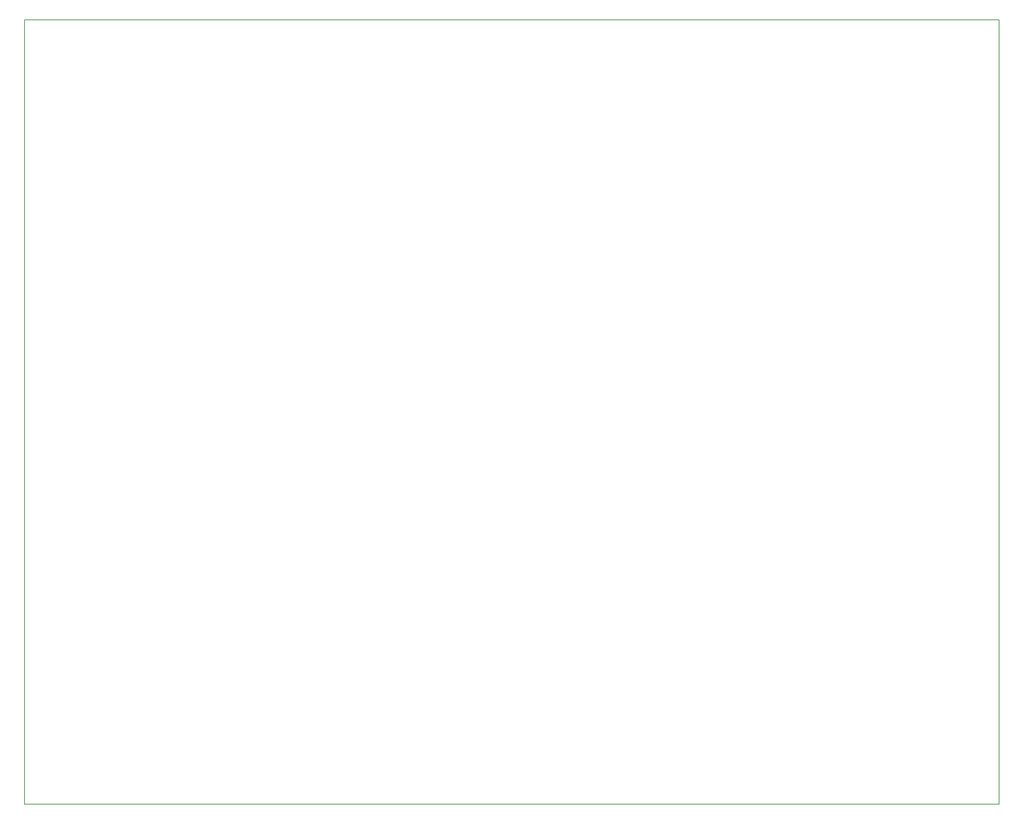
<source format=gm1>
G04 #@! TF.GenerationSoftware,KiCad,Pcbnew,5.0.0-rc2-dev-unknown-c6ef0d5~62~ubuntu17.10.1*
G04 #@! TF.CreationDate,2018-03-22T21:06:56-04:00*
G04 #@! TF.ProjectId,quokka,71756F6B6B612E6B696361645F706362,rev?*
G04 #@! TF.SameCoordinates,PX9936698PY214e9c8*
G04 #@! TF.FileFunction,Profile,NP*
%FSLAX46Y46*%
G04 Gerber Fmt 4.6, Leading zero omitted, Abs format (unit mm)*
G04 Created by KiCad (PCBNEW 5.0.0-rc2-dev-unknown-c6ef0d5~62~ubuntu17.10.1) date Thu Mar 22 21:06:56 2018*
%MOMM*%
%LPD*%
G01*
G04 APERTURE LIST*
%ADD10C,0.150000*%
G04 APERTURE END LIST*
D10*
X228600000Y0D02*
X228600000Y-184150000D01*
X0Y0D02*
X228600000Y0D01*
X0Y-6350000D02*
X0Y0D01*
X0Y-184150000D02*
X0Y-6350000D01*
X228600000Y-184150000D02*
X0Y-184150000D01*
M02*

</source>
